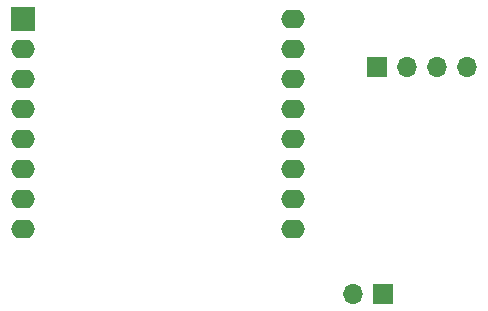
<source format=gbr>
%TF.GenerationSoftware,KiCad,Pcbnew,6.0.8-1.fc36*%
%TF.CreationDate,2022-11-03T20:53:56+01:00*%
%TF.ProjectId,breakout board,62726561-6b6f-4757-9420-626f6172642e,rev?*%
%TF.SameCoordinates,Original*%
%TF.FileFunction,Soldermask,Bot*%
%TF.FilePolarity,Negative*%
%FSLAX46Y46*%
G04 Gerber Fmt 4.6, Leading zero omitted, Abs format (unit mm)*
G04 Created by KiCad (PCBNEW 6.0.8-1.fc36) date 2022-11-03 20:53:56*
%MOMM*%
%LPD*%
G01*
G04 APERTURE LIST*
%ADD10R,2.000000X2.000000*%
%ADD11O,2.000000X1.600000*%
%ADD12R,1.700000X1.700000*%
%ADD13O,1.700000X1.700000*%
G04 APERTURE END LIST*
D10*
%TO.C,U1*%
X99555000Y-87270000D03*
D11*
X99555000Y-89810000D03*
X99555000Y-92350000D03*
X99555000Y-94890000D03*
X99555000Y-97430000D03*
X99555000Y-99970000D03*
X99555000Y-102510000D03*
X99555000Y-105050000D03*
X122415000Y-105050000D03*
X122415000Y-102510000D03*
X122415000Y-99970000D03*
X122415000Y-97430000D03*
X122415000Y-94890000D03*
X122415000Y-92350000D03*
X122415000Y-89810000D03*
X122415000Y-87270000D03*
%TD*%
D12*
%TO.C,J2*%
X129470000Y-91310000D03*
D13*
X132010000Y-91310000D03*
X134550000Y-91310000D03*
X137090000Y-91310000D03*
%TD*%
D12*
%TO.C,J4*%
X130000000Y-110500000D03*
D13*
X127460000Y-110500000D03*
%TD*%
M02*

</source>
